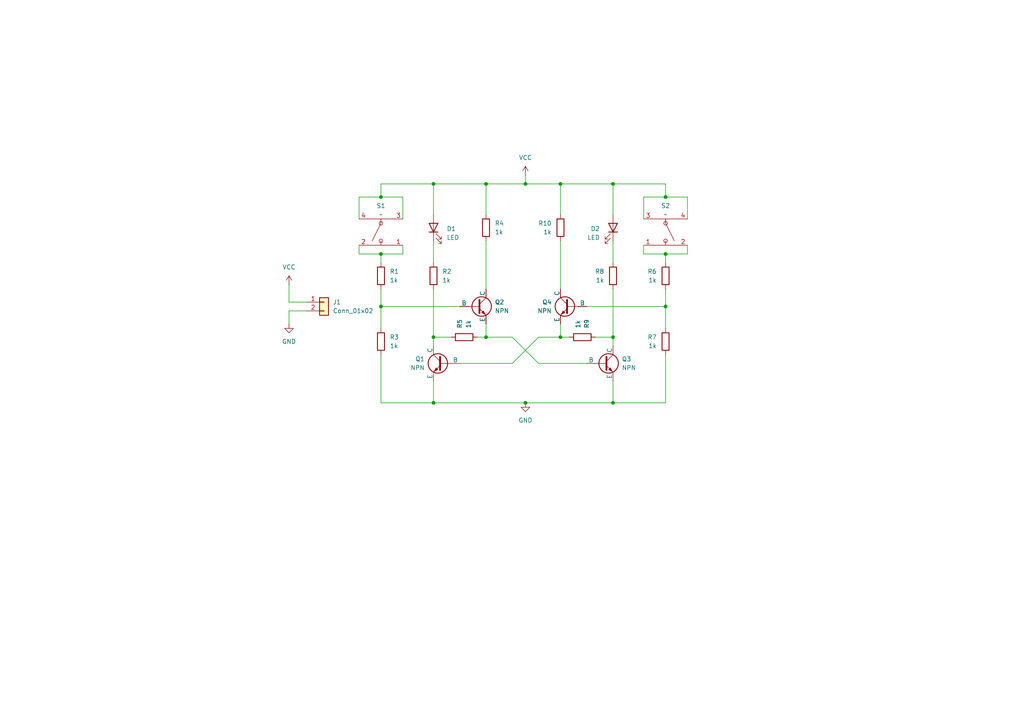
<source format=kicad_sch>
(kicad_sch (version 20231120) (generator "eeschema") (generator_version "8.0")
  (paper "A4")
  (title_block (title "Bistabiler Multivibrator") (date "2024-10-09") (rev "1") (company "Hochschule Luzern, Technik & Architektur") (comment 1 "Vorname Name") (comment 2 "Für Woche 2: KiCad Kurs") (comment 3 "Version ohne Footprints"))
  (lib_symbols
    (symbol "Connector_Generic:Conn_01x02" (pin_names (offset 1.016) hide)
      (property "Reference" "J" (at 0 2.54 0))
      (property "Value" "Conn_01x02" (at 0 -5.08 0))
      (symbol "Conn_01x02_1_1"
        (rectangle (start -1.27 -2.413) (end 0 -2.667) (stroke (width 0.1524)))
        (rectangle (start -1.27 0.127) (end 0 -0.127) (stroke (width 0.1524)))
        (rectangle (start -1.27 1.27) (end 1.27 -3.81) (stroke (width 0.254)) (fill (type background)))
        (pin passive line (at -5.08 0 0) (length 3.81) (name "Pin_1") (number "1"))
        (pin passive line (at -5.08 -2.54 0) (length 3.81) (name "Pin_2") (number "2"))
      )
    )
    (symbol "Device:LED" (pin_numbers hide) (pin_names (offset 1.016) hide)
      (property "Reference" "D" (at 0 2.54 0))
      (property "Value" "LED" (at 0 -2.54 0))
      (symbol "LED_0_1"
        (polyline (pts (xy -1.27 -1.27) (xy -1.27 1.27)) (stroke (width 0.254)))
        (polyline (pts (xy -1.27 0) (xy 1.27 0)))
        (polyline (pts (xy 1.27 -1.27) (xy 1.27 1.27) (xy -1.27 0) (xy 1.27 -1.27)) (stroke (width 0.254)))
        (polyline (pts (xy -3.048 -0.762) (xy -4.572 -2.286) (xy -3.81 -2.286) (xy -4.572 -2.286) (xy -4.572 -1.524)))
        (polyline (pts (xy -1.778 -0.762) (xy -3.302 -2.286) (xy -2.54 -2.286) (xy -3.302 -2.286) (xy -3.302 -1.524)))
      )
      (symbol "LED_1_1"
        (pin passive line (at -3.81 0 0) (length 2.54) (name "K") (number "1"))
        (pin passive line (at 3.81 0 180) (length 2.54) (name "A") (number "2"))
      )
    )
    (symbol "Device:R" (pin_numbers hide) (pin_names (offset 0))
      (property "Reference" "R" (at 2.032 0 90))
      (property "Value" "R" (at 0 0 90))
      (symbol "R_0_1"
        (rectangle (start -1.016 -2.54) (end 1.016 2.54) (stroke (width 0.254)))
      )
      (symbol "R_1_1"
        (pin passive line (at 0 3.81 270) (length 1.27) (name "~") (number "1"))
        (pin passive line (at 0 -3.81 90) (length 1.27) (name "~") (number "2"))
      )
    )
    (symbol "ELO2:PTS645SM43SMTR92_LFS"
      (property "Reference" "S" (at -2.032 4.826 0))
      (symbol "PTS645SM43SMTR92_LFS_0_1"
        (circle (center 0 -2.54) (radius 0.508))
        (polyline (pts (xy -3.81 -3.81) (xy 3.81 -3.81)))
        (polyline (pts (xy -3.81 3.81) (xy 3.81 3.81)))
        (polyline (pts (xy 0 -3.81) (xy 0 -2.54)))
        (polyline (pts (xy 0 -2.54) (xy 2.54 2.54)))
        (polyline (pts (xy 0 2.54) (xy 0 3.81)))
        (circle (center 0 2.54) (radius 0.508))
      )
      (symbol "PTS645SM43SMTR92_LFS_1_1"
        (pin passive line (at -6.35 3.81 0) (length 2.54) (name "") (number "1"))
        (pin passive line (at 6.35 3.81 180) (length 2.54) (name "") (number "2"))
        (pin passive line (at -6.35 -3.81 0) (length 2.54) (name "") (number "3"))
        (pin passive line (at 6.35 -3.81 180) (length 2.54) (name "") (number "4"))
      )
    )
    (symbol "Simulation_SPICE:NPN" (pin_numbers hide) (pin_names (offset 0))
      (property "Reference" "Q" (at -2.54 7.62 0))
      (property "Value" "NPN" (at -2.54 5.08 0))
      (symbol "NPN_0_1"
        (polyline (pts (xy -2.54 0) (xy 0.635 0)) (stroke (width 0.1524)))
        (polyline (pts (xy 0.635 0.635) (xy 2.54 2.54)))
        (polyline (pts (xy 2.794 -1.27) (xy 2.794 -1.27)) (stroke (width 0.1524)))
        (polyline (pts (xy 2.794 -1.27) (xy 2.794 -1.27)) (stroke (width 0.1524)))
        (polyline (pts (xy 0.635 -0.635) (xy 2.54 -2.54) (xy 2.54 -2.54)))
        (polyline (pts (xy 0.635 1.905) (xy 0.635 -1.905) (xy 0.635 -1.905)) (stroke (width 0.508)))
        (polyline (pts (xy 1.27 -1.778) (xy 1.778 -1.27) (xy 2.286 -2.286) (xy 1.27 -1.778) (xy 1.27 -1.778)) (fill (type outline)))
        (circle (center 1.27 0) (radius 2.8194) (stroke (width 0.254)))
      )
      (symbol "NPN_1_1"
        (pin open_collector line (at 2.54 5.08 270) (length 2.54) (name "C") (number "1"))
        (pin input line (at -5.08 0 0) (length 2.54) (name "B") (number "2"))
        (pin open_emitter line (at 2.54 -5.08 90) (length 2.54) (name "E") (number "3"))
      )
    )
    (symbol "power:GND" (power) (pin_numbers hide) (pin_names (offset 0) hide)
      (property "Value" "GND" (at 0 -3.81 0))
      (symbol "GND_0_1"
        (polyline (pts (xy 0 0) (xy 0 -1.27) (xy 1.27 -1.27) (xy 0 -2.54) (xy -1.27 -1.27) (xy 0 -1.27)))
      )
      (symbol "GND_1_1"
        (pin power_in line (at 0 0 270) (length 0) (name "~") (number "1"))
      )
    )
    (symbol "power:VCC" (power) (pin_numbers hide) (pin_names (offset 0) hide)
      (property "Value" "VCC" (at 0 3.556 0))
      (symbol "VCC_0_1"
        (polyline (pts (xy -0.762 1.27) (xy 0 2.54)))
        (polyline (pts (xy 0 0) (xy 0 2.54)))
        (polyline (pts (xy 0 2.54) (xy 0.762 1.27)))
      )
      (symbol "VCC_1_1"
        (pin power_in line (at 0 0 90) (length 0) (name "~") (number "1"))
      )
    )
  )
  (junction (at 193.04 57.15))
  (junction (at 177.8 116.84))
  (junction (at 193.04 73.66))
  (junction (at 110.49 88.9))
  (junction (at 125.73 97.79))
  (junction (at 152.4 53.34))
  (junction (at 193.04 88.9))
  (junction (at 140.97 97.79))
  (junction (at 125.73 53.34))
  (junction (at 162.56 97.79))
  (junction (at 177.8 97.79))
  (junction (at 162.56 53.34))
  (junction (at 110.49 57.15))
  (junction (at 140.97 53.34))
  (junction (at 177.8 53.34))
  (junction (at 110.49 73.66))
  (junction (at 125.73 116.84))
  (junction (at 152.4 116.84))
  (wire (pts (xy 186.69 73.66) (xy 186.69 71.12)))
  (wire (pts (xy 148.59 97.79) (xy 156.21 105.41)))
  (wire (pts (xy 199.39 71.12) (xy 199.39 73.66)))
  (wire (pts (xy 193.04 102.87) (xy 193.04 116.84)))
  (wire (pts (xy 152.4 50.8) (xy 152.4 53.34)))
  (wire (pts (xy 110.49 53.34) (xy 110.49 57.15)))
  (wire (pts (xy 83.82 90.17) (xy 88.9 90.17)))
  (wire (pts (xy 133.35 88.9) (xy 110.49 88.9)))
  (wire (pts (xy 140.97 93.98) (xy 140.97 97.79)))
  (wire (pts (xy 116.84 73.66) (xy 116.84 71.12)))
  (wire (pts (xy 104.14 73.66) (xy 110.49 73.66)))
  (wire (pts (xy 162.56 69.85) (xy 162.56 83.82)))
  (wire (pts (xy 125.73 69.85) (xy 125.73 76.2)))
  (wire (pts (xy 130.81 97.79) (xy 125.73 97.79)))
  (wire (pts (xy 177.8 69.85) (xy 177.8 76.2)))
  (wire (pts (xy 83.82 93.98) (xy 83.82 90.17)))
  (wire (pts (xy 199.39 73.66) (xy 193.04 73.66)))
  (wire (pts (xy 193.04 83.82) (xy 193.04 88.9)))
  (wire (pts (xy 186.69 57.15) (xy 186.69 63.5)))
  (wire (pts (xy 110.49 102.87) (xy 110.49 116.84)))
  (wire (pts (xy 125.73 53.34) (xy 125.73 62.23)))
  (wire (pts (xy 193.04 88.9) (xy 193.04 95.25)))
  (wire (pts (xy 193.04 73.66) (xy 193.04 76.2)))
  (wire (pts (xy 140.97 97.79) (xy 148.59 97.79)))
  (wire (pts (xy 172.72 97.79) (xy 177.8 97.79)))
  (wire (pts (xy 199.39 57.15) (xy 193.04 57.15)))
  (wire (pts (xy 125.73 97.79) (xy 125.73 100.33)))
  (wire (pts (xy 177.8 97.79) (xy 177.8 83.82)))
  (wire (pts (xy 110.49 73.66) (xy 116.84 73.66)))
  (wire (pts (xy 162.56 97.79) (xy 165.1 97.79)))
  (wire (pts (xy 156.21 97.79) (xy 162.56 97.79)))
  (wire (pts (xy 152.4 116.84) (xy 177.8 116.84)))
  (wire (pts (xy 104.14 71.12) (xy 104.14 73.66)))
  (wire (pts (xy 177.8 53.34) (xy 193.04 53.34)))
  (wire (pts (xy 162.56 53.34) (xy 162.56 62.23)))
  (wire (pts (xy 177.8 97.79) (xy 177.8 100.33)))
  (wire (pts (xy 83.82 87.63) (xy 88.9 87.63)))
  (wire (pts (xy 116.84 57.15) (xy 116.84 63.5)))
  (wire (pts (xy 110.49 73.66) (xy 110.49 76.2)))
  (wire (pts (xy 193.04 57.15) (xy 186.69 57.15)))
  (wire (pts (xy 193.04 73.66) (xy 186.69 73.66)))
  (wire (pts (xy 110.49 83.82) (xy 110.49 88.9)))
  (wire (pts (xy 177.8 110.49) (xy 177.8 116.84)))
  (wire (pts (xy 104.14 57.15) (xy 104.14 63.5)))
  (wire (pts (xy 83.82 82.55) (xy 83.82 87.63)))
  (wire (pts (xy 177.8 53.34) (xy 177.8 62.23)))
  (wire (pts (xy 140.97 53.34) (xy 152.4 53.34)))
  (wire (pts (xy 199.39 57.15) (xy 199.39 63.5)))
  (wire (pts (xy 152.4 53.34) (xy 162.56 53.34)))
  (wire (pts (xy 162.56 93.98) (xy 162.56 97.79)))
  (wire (pts (xy 140.97 97.79) (xy 138.43 97.79)))
  (wire (pts (xy 110.49 53.34) (xy 125.73 53.34)))
  (wire (pts (xy 193.04 53.34) (xy 193.04 57.15)))
  (wire (pts (xy 170.18 88.9) (xy 193.04 88.9)))
  (wire (pts (xy 162.56 53.34) (xy 177.8 53.34)))
  (wire (pts (xy 125.73 97.79) (xy 125.73 83.82)))
  (wire (pts (xy 133.35 105.41) (xy 148.59 105.41)))
  (wire (pts (xy 110.49 88.9) (xy 110.49 95.25)))
  (wire (pts (xy 140.97 69.85) (xy 140.97 83.82)))
  (wire (pts (xy 156.21 105.41) (xy 170.18 105.41)))
  (wire (pts (xy 148.59 105.41) (xy 156.21 97.79)))
  (wire (pts (xy 110.49 116.84) (xy 125.73 116.84)))
  (wire (pts (xy 125.73 110.49) (xy 125.73 116.84)))
  (wire (pts (xy 104.14 57.15) (xy 110.49 57.15)))
  (wire (pts (xy 110.49 57.15) (xy 116.84 57.15)))
  (wire (pts (xy 177.8 116.84) (xy 193.04 116.84)))
  (wire (pts (xy 140.97 53.34) (xy 140.97 62.23)))
  (wire (pts (xy 125.73 53.34) (xy 140.97 53.34)))
  (wire (pts (xy 125.73 116.84) (xy 152.4 116.84)))
  (symbol (lib_id "power:GND") (at 83.82 93.98 0) (unit 1)
    (property "Reference" "#PWR02" (effects (hide yes)))
    (property "Value" "GND" (at 83.82 99.06 0))
    (property "Description" "Power symbol creates a global label with name \"GND\" , ground" (effects (hide yes)))
  )
  (symbol (lib_id "power:GND") (at 152.4 116.84 0) (unit 1)
    (property "Reference" "#PWR03" (effects (hide yes)))
    (property "Value" "GND" (at 152.4 121.92 0))
    (property "Description" "Power symbol creates a global label with name \"GND\" , ground" (effects (hide yes)))
  )
  (symbol (lib_id "ELO2:PTS645SM43SMTR92_LFS") (at 193.04 67.31 0) (mirror x) (unit 1)
    (property "Reference" "S2" (at 193.04 59.69 0))
    (property "Value" "~" (at 193.04 62.23 0))
  )
  (symbol (lib_id "power:VCC") (at 152.4 50.8 0) (unit 1)
    (property "Reference" "#PWR04" (effects (hide yes)))
    (property "Value" "VCC" (at 152.4 45.72 0))
    (property "Description" "Power symbol creates a global label with name \"VCC\"" (effects (hide yes)))
  )
  (symbol (lib_id "Connector_Generic:Conn_01x02") (at 93.98 87.63 0) (unit 1)
    (property "Reference" "J1" (at 96.52 87.6299 0) (effects (justify left)))
    (property "Value" "Conn_01x02" (at 96.52 90.1699 0) (effects (justify left)))
    (property "Description" "Generic connector, single row, 01x02, script generated (kicad-library-utils/schlib/autogen/connector/)" (effects (hide yes)))
  )
  (symbol (lib_id "Simulation_SPICE:NPN") (at 175.26 105.41 0) (unit 1)
    (property "Reference" "Q3" (at 180.34 104.1399 0) (effects (justify left)))
    (property "Value" "NPN" (at 180.34 106.6799 0) (effects (justify left)))
    (property "Datasheet" "https://ngspice.sourceforge.io/docs/ngspice-html-manual/manual.xhtml#cha_BJTs" (effects (hide yes)))
    (property "Description" "Bipolar transistor symbol for simulation only, substrate tied to the emitter" (effects (hide yes)))
    (property "Sim.Device" "NPN" (effects (hide yes)))
    (property "Sim.Type" "GUMMELPOON" (effects (hide yes)))
    (property "Sim.Pins" "1=C 2=B 3=E" (effects (hide yes)))
  )
  (symbol (lib_id "Device:R") (at 140.97 66.04 0) (unit 1)
    (property "Reference" "R4" (at 143.51 64.7699 0) (effects (justify left)))
    (property "Value" "1k" (at 143.51 67.3099 0) (effects (justify left)))
    (property "Description" "Resistor" (effects (hide yes)))
  )
  (symbol (lib_id "Device:R") (at 162.56 66.04 0) (mirror y) (unit 1)
    (property "Reference" "R10" (at 160.02 64.7699 0) (effects (justify left)))
    (property "Value" "1k" (at 160.02 67.3099 0) (effects (justify left)))
    (property "Description" "Resistor" (effects (hide yes)))
  )
  (symbol (lib_id "Device:R") (at 193.04 99.06 0) (mirror y) (unit 1)
    (property "Reference" "R7" (at 190.5 97.7899 0) (effects (justify left)))
    (property "Value" "1k" (at 190.5 100.3299 0) (effects (justify left)))
    (property "Description" "Resistor" (effects (hide yes)))
  )
  (symbol (lib_id "Device:R") (at 110.49 80.01 0) (unit 1)
    (property "Reference" "R1" (at 113.03 78.7399 0) (effects (justify left)))
    (property "Value" "1k" (at 113.03 81.2799 0) (effects (justify left)))
    (property "Description" "Resistor" (effects (hide yes)))
  )
  (symbol (lib_id "Device:LED") (at 177.8 66.04 270) (mirror x) (unit 1)
    (property "Reference" "D2" (at 173.99 66.3574 90) (effects (justify right)))
    (property "Value" "LED" (at 173.99 68.8974 90) (effects (justify right)))
    (property "Description" "Light emitting diode" (effects (hide yes)))
  )
  (symbol (lib_id "ELO2:PTS645SM43SMTR92_LFS") (at 110.49 67.31 180) (unit 1)
    (property "Reference" "S1" (at 110.49 59.69 0))
    (property "Value" "~" (at 110.49 62.23 0))
  )
  (symbol (lib_id "Device:R") (at 168.91 97.79 270) (mirror x) (unit 1)
    (property "Reference" "R9" (at 170.1801 95.25 0) (effects (justify left)))
    (property "Value" "1k" (at 167.6401 95.25 0) (effects (justify left)))
    (property "Description" "Resistor" (effects (hide yes)))
  )
  (symbol (lib_id "power:VCC") (at 83.82 82.55 0) (unit 1)
    (property "Reference" "#PWR01" (effects (hide yes)))
    (property "Value" "VCC" (at 83.82 77.47 0))
    (property "Description" "Power symbol creates a global label with name \"VCC\"" (effects (hide yes)))
  )
  (symbol (lib_id "Simulation_SPICE:NPN") (at 128.27 105.41 0) (mirror y) (unit 1)
    (property "Reference" "Q1" (at 123.19 104.1399 0) (effects (justify left)))
    (property "Value" "NPN" (at 123.19 106.6799 0) (effects (justify left)))
    (property "Datasheet" "https://ngspice.sourceforge.io/docs/ngspice-html-manual/manual.xhtml#cha_BJTs" (effects (hide yes)))
    (property "Description" "Bipolar transistor symbol for simulation only, substrate tied to the emitter" (effects (hide yes)))
    (property "Sim.Device" "NPN" (effects (hide yes)))
    (property "Sim.Type" "GUMMELPOON" (effects (hide yes)))
    (property "Sim.Pins" "1=C 2=B 3=E" (effects (hide yes)))
  )
  (symbol (lib_id "Device:R") (at 110.49 99.06 0) (unit 1)
    (property "Reference" "R3" (at 113.03 97.7899 0) (effects (justify left)))
    (property "Value" "1k" (at 113.03 100.3299 0) (effects (justify left)))
    (property "Description" "Resistor" (effects (hide yes)))
  )
  (symbol (lib_id "Device:LED") (at 125.73 66.04 90) (unit 1)
    (property "Reference" "D1" (at 129.54 66.3574 90) (effects (justify right)))
    (property "Value" "LED" (at 129.54 68.8974 90) (effects (justify right)))
    (property "Description" "Light emitting diode" (effects (hide yes)))
  )
  (symbol (lib_id "Simulation_SPICE:NPN") (at 138.43 88.9 0) (unit 1)
    (property "Reference" "Q2" (at 143.51 87.6299 0) (effects (justify left)))
    (property "Value" "NPN" (at 143.51 90.1699 0) (effects (justify left)))
    (property "Datasheet" "https://ngspice.sourceforge.io/docs/ngspice-html-manual/manual.xhtml#cha_BJTs" (effects (hide yes)))
    (property "Description" "Bipolar transistor symbol for simulation only, substrate tied to the emitter" (effects (hide yes)))
    (property "Sim.Device" "NPN" (effects (hide yes)))
    (property "Sim.Type" "GUMMELPOON" (effects (hide yes)))
    (property "Sim.Pins" "1=C 2=B 3=E" (effects (hide yes)))
  )
  (symbol (lib_id "Device:R") (at 125.73 80.01 0) (unit 1)
    (property "Reference" "R2" (at 128.27 78.7399 0) (effects (justify left)))
    (property "Value" "1k" (at 128.27 81.2799 0) (effects (justify left)))
    (property "Description" "Resistor" (effects (hide yes)))
  )
  (symbol (lib_id "Device:R") (at 177.8 80.01 0) (mirror y) (unit 1)
    (property "Reference" "R8" (at 175.26 78.7399 0) (effects (justify left)))
    (property "Value" "1k" (at 175.26 81.2799 0) (effects (justify left)))
    (property "Description" "Resistor" (effects (hide yes)))
  )
  (symbol (lib_id "Device:R") (at 193.04 80.01 0) (mirror y) (unit 1)
    (property "Reference" "R6" (at 190.5 78.7399 0) (effects (justify left)))
    (property "Value" "1k" (at 190.5 81.2799 0) (effects (justify left)))
    (property "Description" "Resistor" (effects (hide yes)))
  )
  (symbol (lib_id "Simulation_SPICE:NPN") (at 165.1 88.9 0) (mirror y) (unit 1)
    (property "Reference" "Q4" (at 160.02 87.6299 0) (effects (justify left)))
    (property "Value" "NPN" (at 160.02 90.1699 0) (effects (justify left)))
    (property "Datasheet" "https://ngspice.sourceforge.io/docs/ngspice-html-manual/manual.xhtml#cha_BJTs" (effects (hide yes)))
    (property "Description" "Bipolar transistor symbol for simulation only, substrate tied to the emitter" (effects (hide yes)))
    (property "Sim.Device" "NPN" (effects (hide yes)))
    (property "Sim.Type" "GUMMELPOON" (effects (hide yes)))
    (property "Sim.Pins" "1=C 2=B 3=E" (effects (hide yes)))
  )
  (symbol (lib_id "Device:R") (at 134.62 97.79 90) (unit 1)
    (property "Reference" "R5" (at 133.3499 95.25 0) (effects (justify left)))
    (property "Value" "1k" (at 135.8899 95.25 0) (effects (justify left)))
    (property "Description" "Resistor" (effects (hide yes)))
  )
)
</source>
